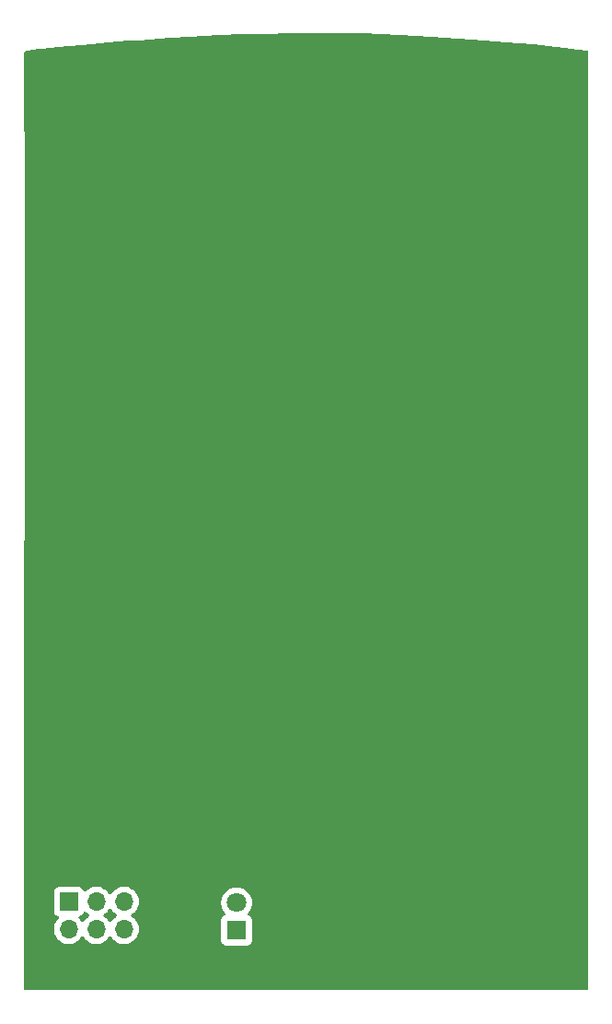
<source format=gbr>
G04 #@! TF.GenerationSoftware,KiCad,Pcbnew,(6.99.0-2452-gdb4f2d9dd8)*
G04 #@! TF.CreationDate,2022-08-02T16:49:25-05:00*
G04 #@! TF.ProjectId,CalPoly,43616c50-6f6c-4792-9e6b-696361645f70,rev?*
G04 #@! TF.SameCoordinates,Original*
G04 #@! TF.FileFunction,Copper,L1,Top*
G04 #@! TF.FilePolarity,Positive*
%FSLAX46Y46*%
G04 Gerber Fmt 4.6, Leading zero omitted, Abs format (unit mm)*
G04 Created by KiCad (PCBNEW (6.99.0-2452-gdb4f2d9dd8)) date 2022-08-02 16:49:25*
%MOMM*%
%LPD*%
G01*
G04 APERTURE LIST*
G04 #@! TA.AperFunction,ComponentPad*
%ADD10R,1.800000X1.800000*%
G04 #@! TD*
G04 #@! TA.AperFunction,ComponentPad*
%ADD11C,1.800000*%
G04 #@! TD*
G04 #@! TA.AperFunction,ComponentPad*
%ADD12R,1.700000X1.700000*%
G04 #@! TD*
G04 #@! TA.AperFunction,ComponentPad*
%ADD13O,1.700000X1.700000*%
G04 #@! TD*
G04 APERTURE END LIST*
D10*
X62499999Y-114469999D03*
D11*
X62500000Y-111930000D03*
D12*
X47059999Y-111829999D03*
D13*
X47059999Y-114369999D03*
X49599999Y-111829999D03*
X49599999Y-114369999D03*
X52139999Y-111829999D03*
X52139999Y-114369999D03*
G04 #@! TA.AperFunction,NonConductor*
G36*
X50953226Y-112505670D02*
G01*
X50975483Y-112531357D01*
X51064278Y-112667268D01*
X51067803Y-112671097D01*
X51067806Y-112671101D01*
X51132511Y-112741388D01*
X51216760Y-112832906D01*
X51394424Y-112971189D01*
X51399005Y-112973668D01*
X51427680Y-112989186D01*
X51478071Y-113039199D01*
X51493423Y-113108516D01*
X51468863Y-113175129D01*
X51427681Y-113210813D01*
X51394424Y-113228811D01*
X51390313Y-113232010D01*
X51390311Y-113232012D01*
X51281657Y-113316582D01*
X51216760Y-113367094D01*
X51213228Y-113370931D01*
X51067806Y-113528899D01*
X51067803Y-113528903D01*
X51064278Y-113532732D01*
X51061427Y-113537096D01*
X50975483Y-113668643D01*
X50921479Y-113714732D01*
X50851132Y-113724307D01*
X50786774Y-113694330D01*
X50764517Y-113668643D01*
X50678573Y-113537096D01*
X50675722Y-113532732D01*
X50672197Y-113528903D01*
X50672194Y-113528899D01*
X50526772Y-113370931D01*
X50523240Y-113367094D01*
X50458343Y-113316582D01*
X50349689Y-113232012D01*
X50349687Y-113232010D01*
X50345576Y-113228811D01*
X50312320Y-113210814D01*
X50261929Y-113160801D01*
X50246577Y-113091484D01*
X50271137Y-113024871D01*
X50312320Y-112989186D01*
X50340995Y-112973668D01*
X50345576Y-112971189D01*
X50523240Y-112832906D01*
X50607489Y-112741388D01*
X50672194Y-112671101D01*
X50672197Y-112671097D01*
X50675722Y-112667268D01*
X50764517Y-112531357D01*
X50818521Y-112485268D01*
X50888868Y-112475693D01*
X50953226Y-112505670D01*
G37*
G04 #@! TD.AperFunction*
G04 #@! TA.AperFunction,NonConductor*
G36*
X48583439Y-112741388D02*
G01*
X48615755Y-112766638D01*
X48636526Y-112789201D01*
X48676760Y-112832906D01*
X48854424Y-112971189D01*
X48859005Y-112973668D01*
X48887680Y-112989186D01*
X48938071Y-113039199D01*
X48953423Y-113108516D01*
X48928863Y-113175129D01*
X48887681Y-113210813D01*
X48854424Y-113228811D01*
X48850313Y-113232010D01*
X48850311Y-113232012D01*
X48741657Y-113316582D01*
X48676760Y-113367094D01*
X48673228Y-113370931D01*
X48527806Y-113528899D01*
X48527803Y-113528903D01*
X48524278Y-113532732D01*
X48521427Y-113537096D01*
X48435483Y-113668643D01*
X48381479Y-113714732D01*
X48311132Y-113724307D01*
X48246774Y-113694330D01*
X48224517Y-113668643D01*
X48138573Y-113537096D01*
X48135722Y-113532732D01*
X48132197Y-113528903D01*
X48132194Y-113528899D01*
X47992525Y-113377180D01*
X47961104Y-113313515D01*
X47969091Y-113242969D01*
X48013949Y-113187940D01*
X48041191Y-113173787D01*
X48156204Y-113130889D01*
X48168536Y-113121658D01*
X48248897Y-113061500D01*
X48273261Y-113043261D01*
X48360889Y-112926204D01*
X48404998Y-112807944D01*
X48447545Y-112751108D01*
X48514065Y-112726297D01*
X48583439Y-112741388D01*
G37*
G04 #@! TD.AperFunction*
G04 #@! TA.AperFunction,NonConductor*
G36*
X72229839Y-32002997D02*
G01*
X74218668Y-32027306D01*
X74220622Y-32027346D01*
X75820196Y-32073049D01*
X75823072Y-32073165D01*
X77444555Y-32157188D01*
X80461090Y-32313501D01*
X80463271Y-32313633D01*
X85261228Y-32645756D01*
X85263340Y-32645920D01*
X87323224Y-32823351D01*
X89858501Y-33041730D01*
X89861028Y-33041975D01*
X93276774Y-33407614D01*
X93891746Y-33473444D01*
X93892539Y-33473534D01*
X93892546Y-33473537D01*
X93892563Y-33473537D01*
X93893504Y-33473644D01*
X94026023Y-33489715D01*
X94760246Y-33578756D01*
X94825462Y-33606813D01*
X94865157Y-33665676D01*
X94871076Y-33703866D01*
X94869904Y-39161298D01*
X94869863Y-39161397D01*
X94869904Y-39161496D01*
X94869904Y-39183650D01*
X94871098Y-119871013D01*
X94851097Y-119939134D01*
X94797442Y-119985628D01*
X94745098Y-119997015D01*
X43055015Y-119997015D01*
X42986894Y-119977013D01*
X42940401Y-119923357D01*
X42929015Y-119870901D01*
X42932678Y-115820889D01*
X42933990Y-114370000D01*
X45696844Y-114370000D01*
X45715436Y-114594368D01*
X45770704Y-114812616D01*
X45861140Y-115018791D01*
X45863990Y-115023153D01*
X45863992Y-115023157D01*
X45878701Y-115045670D01*
X45984278Y-115207268D01*
X45987803Y-115211097D01*
X45987806Y-115211101D01*
X46089360Y-115321417D01*
X46136760Y-115372906D01*
X46314424Y-115511189D01*
X46319005Y-115513668D01*
X46492878Y-115607763D01*
X46512426Y-115618342D01*
X46725365Y-115691444D01*
X46730499Y-115692301D01*
X46730504Y-115692302D01*
X46942294Y-115727643D01*
X46942296Y-115727643D01*
X46947431Y-115728500D01*
X47172569Y-115728500D01*
X47177704Y-115727643D01*
X47177706Y-115727643D01*
X47389496Y-115692302D01*
X47389501Y-115692301D01*
X47394635Y-115691444D01*
X47607574Y-115618342D01*
X47627123Y-115607763D01*
X47800995Y-115513668D01*
X47805576Y-115511189D01*
X47983240Y-115372906D01*
X48030640Y-115321417D01*
X48132194Y-115211101D01*
X48132197Y-115211097D01*
X48135722Y-115207268D01*
X48224517Y-115071357D01*
X48278521Y-115025268D01*
X48348868Y-115015693D01*
X48413226Y-115045670D01*
X48435483Y-115071357D01*
X48524278Y-115207268D01*
X48527803Y-115211097D01*
X48527806Y-115211101D01*
X48629360Y-115321417D01*
X48676760Y-115372906D01*
X48854424Y-115511189D01*
X48859005Y-115513668D01*
X49032878Y-115607763D01*
X49052426Y-115618342D01*
X49265365Y-115691444D01*
X49270499Y-115692301D01*
X49270504Y-115692302D01*
X49482294Y-115727643D01*
X49482296Y-115727643D01*
X49487431Y-115728500D01*
X49712569Y-115728500D01*
X49717704Y-115727643D01*
X49717706Y-115727643D01*
X49929496Y-115692302D01*
X49929501Y-115692301D01*
X49934635Y-115691444D01*
X50147574Y-115618342D01*
X50167123Y-115607763D01*
X50340995Y-115513668D01*
X50345576Y-115511189D01*
X50523240Y-115372906D01*
X50570640Y-115321417D01*
X50672194Y-115211101D01*
X50672197Y-115211097D01*
X50675722Y-115207268D01*
X50764517Y-115071357D01*
X50818521Y-115025268D01*
X50888868Y-115015693D01*
X50953226Y-115045670D01*
X50975483Y-115071357D01*
X51064278Y-115207268D01*
X51067803Y-115211097D01*
X51067806Y-115211101D01*
X51169360Y-115321417D01*
X51216760Y-115372906D01*
X51394424Y-115511189D01*
X51399005Y-115513668D01*
X51572878Y-115607763D01*
X51592426Y-115618342D01*
X51805365Y-115691444D01*
X51810499Y-115692301D01*
X51810504Y-115692302D01*
X52022294Y-115727643D01*
X52022296Y-115727643D01*
X52027431Y-115728500D01*
X52252569Y-115728500D01*
X52257704Y-115727643D01*
X52257706Y-115727643D01*
X52469496Y-115692302D01*
X52469501Y-115692301D01*
X52474635Y-115691444D01*
X52687574Y-115618342D01*
X52707123Y-115607763D01*
X52880995Y-115513668D01*
X52885576Y-115511189D01*
X53063240Y-115372906D01*
X53110640Y-115321417D01*
X53212194Y-115211101D01*
X53212197Y-115211097D01*
X53215722Y-115207268D01*
X53321299Y-115045670D01*
X53336008Y-115023157D01*
X53336010Y-115023153D01*
X53338860Y-115018791D01*
X53429296Y-114812616D01*
X53484564Y-114594368D01*
X53503156Y-114370000D01*
X53484564Y-114145632D01*
X53429296Y-113927384D01*
X53338860Y-113721209D01*
X53334629Y-113714732D01*
X53218573Y-113537096D01*
X53215722Y-113532732D01*
X53212197Y-113528903D01*
X53212194Y-113528899D01*
X53066772Y-113370931D01*
X53063240Y-113367094D01*
X52998343Y-113316582D01*
X52889689Y-113232012D01*
X52889687Y-113232010D01*
X52885576Y-113228811D01*
X52852320Y-113210814D01*
X52801929Y-113160801D01*
X52786577Y-113091484D01*
X52811137Y-113024871D01*
X52852320Y-112989186D01*
X52880995Y-112973668D01*
X52885576Y-112971189D01*
X53063240Y-112832906D01*
X53147489Y-112741388D01*
X53212194Y-112671101D01*
X53212197Y-112671097D01*
X53215722Y-112667268D01*
X53321299Y-112505670D01*
X53336008Y-112483157D01*
X53336010Y-112483153D01*
X53338860Y-112478791D01*
X53378287Y-112388907D01*
X53427200Y-112277394D01*
X53429296Y-112272616D01*
X53484564Y-112054368D01*
X53494870Y-111930000D01*
X61086673Y-111930000D01*
X61087103Y-111935189D01*
X61097398Y-112059427D01*
X61105949Y-112162626D01*
X61163251Y-112388907D01*
X61165343Y-112393677D01*
X61165344Y-112393679D01*
X61254921Y-112597893D01*
X61257016Y-112602669D01*
X61259866Y-112607031D01*
X61259868Y-112607035D01*
X61337114Y-112725269D01*
X61384686Y-112798083D01*
X61388211Y-112801912D01*
X61388214Y-112801916D01*
X61413211Y-112829069D01*
X61469843Y-112890587D01*
X61501263Y-112954251D01*
X61493276Y-113024797D01*
X61448418Y-113079826D01*
X61421174Y-113093979D01*
X61362242Y-113115960D01*
X61362238Y-113115962D01*
X61353796Y-113119111D01*
X61236739Y-113206739D01*
X61231341Y-113213950D01*
X61179761Y-113282853D01*
X61149111Y-113323796D01*
X61098011Y-113460799D01*
X61091500Y-113521362D01*
X61091500Y-115418638D01*
X61098011Y-115479201D01*
X61149111Y-115616204D01*
X61236739Y-115733261D01*
X61353796Y-115820889D01*
X61490799Y-115871989D01*
X61527705Y-115875957D01*
X61548012Y-115878140D01*
X61548015Y-115878140D01*
X61551362Y-115878500D01*
X63448638Y-115878500D01*
X63451985Y-115878140D01*
X63451988Y-115878140D01*
X63472295Y-115875957D01*
X63509201Y-115871989D01*
X63646204Y-115820889D01*
X63763261Y-115733261D01*
X63850889Y-115616204D01*
X63901989Y-115479201D01*
X63908500Y-115418638D01*
X63908500Y-113521362D01*
X63901989Y-113460799D01*
X63850889Y-113323796D01*
X63820240Y-113282853D01*
X63768659Y-113213950D01*
X63763261Y-113206739D01*
X63646204Y-113119111D01*
X63637762Y-113115962D01*
X63637758Y-113115960D01*
X63578826Y-113093979D01*
X63521991Y-113051433D01*
X63497180Y-112984912D01*
X63512272Y-112915538D01*
X63530156Y-112890589D01*
X63586789Y-112829069D01*
X63611786Y-112801916D01*
X63611789Y-112801912D01*
X63615314Y-112798083D01*
X63662886Y-112725269D01*
X63740132Y-112607035D01*
X63740134Y-112607031D01*
X63742984Y-112602669D01*
X63745079Y-112597893D01*
X63834656Y-112393679D01*
X63834657Y-112393677D01*
X63836749Y-112388907D01*
X63894051Y-112162626D01*
X63902603Y-112059427D01*
X63912897Y-111935189D01*
X63913327Y-111930000D01*
X63894051Y-111697374D01*
X63836749Y-111471093D01*
X63780735Y-111343393D01*
X63745079Y-111262107D01*
X63742984Y-111257331D01*
X63696370Y-111185982D01*
X63618165Y-111066281D01*
X63615314Y-111061917D01*
X63611789Y-111058088D01*
X63611786Y-111058084D01*
X63460752Y-110894019D01*
X63457220Y-110890182D01*
X63453108Y-110886981D01*
X63453102Y-110886976D01*
X63277130Y-110750011D01*
X63277128Y-110750009D01*
X63273017Y-110746810D01*
X63067727Y-110635713D01*
X62846951Y-110559920D01*
X62841817Y-110559063D01*
X62841812Y-110559062D01*
X62621849Y-110522357D01*
X62621846Y-110522357D01*
X62616712Y-110521500D01*
X62383288Y-110521500D01*
X62378154Y-110522357D01*
X62378151Y-110522357D01*
X62158188Y-110559062D01*
X62158183Y-110559063D01*
X62153049Y-110559920D01*
X61932273Y-110635713D01*
X61726983Y-110746810D01*
X61722872Y-110750009D01*
X61722870Y-110750011D01*
X61546898Y-110886976D01*
X61546892Y-110886981D01*
X61542780Y-110890182D01*
X61539248Y-110894019D01*
X61388214Y-111058084D01*
X61388211Y-111058088D01*
X61384686Y-111061917D01*
X61381835Y-111066281D01*
X61303631Y-111185982D01*
X61257016Y-111257331D01*
X61254921Y-111262107D01*
X61219266Y-111343393D01*
X61163251Y-111471093D01*
X61105949Y-111697374D01*
X61086673Y-111930000D01*
X53494870Y-111930000D01*
X53503156Y-111830000D01*
X53484564Y-111605632D01*
X53429296Y-111387384D01*
X53338860Y-111181209D01*
X53334629Y-111174732D01*
X53218573Y-110997096D01*
X53215722Y-110992732D01*
X53212197Y-110988903D01*
X53212194Y-110988899D01*
X53066772Y-110830931D01*
X53063240Y-110827094D01*
X52964205Y-110750011D01*
X52889689Y-110692012D01*
X52889687Y-110692010D01*
X52885576Y-110688811D01*
X52687574Y-110581658D01*
X52474635Y-110508556D01*
X52469501Y-110507699D01*
X52469496Y-110507698D01*
X52257706Y-110472357D01*
X52257704Y-110472357D01*
X52252569Y-110471500D01*
X52027431Y-110471500D01*
X52022296Y-110472357D01*
X52022294Y-110472357D01*
X51810504Y-110507698D01*
X51810499Y-110507699D01*
X51805365Y-110508556D01*
X51592426Y-110581658D01*
X51394424Y-110688811D01*
X51390313Y-110692010D01*
X51390311Y-110692012D01*
X51315795Y-110750011D01*
X51216760Y-110827094D01*
X51213228Y-110830931D01*
X51067806Y-110988899D01*
X51067803Y-110988903D01*
X51064278Y-110992732D01*
X51019077Y-111061917D01*
X50975483Y-111128643D01*
X50921479Y-111174732D01*
X50851132Y-111184307D01*
X50786774Y-111154330D01*
X50764517Y-111128643D01*
X50720923Y-111061917D01*
X50675722Y-110992732D01*
X50672197Y-110988903D01*
X50672194Y-110988899D01*
X50526772Y-110830931D01*
X50523240Y-110827094D01*
X50424205Y-110750011D01*
X50349689Y-110692012D01*
X50349687Y-110692010D01*
X50345576Y-110688811D01*
X50147574Y-110581658D01*
X49934635Y-110508556D01*
X49929501Y-110507699D01*
X49929496Y-110507698D01*
X49717706Y-110472357D01*
X49717704Y-110472357D01*
X49712569Y-110471500D01*
X49487431Y-110471500D01*
X49482296Y-110472357D01*
X49482294Y-110472357D01*
X49270504Y-110507698D01*
X49270499Y-110507699D01*
X49265365Y-110508556D01*
X49052426Y-110581658D01*
X48854424Y-110688811D01*
X48850313Y-110692010D01*
X48850311Y-110692012D01*
X48775795Y-110750011D01*
X48676760Y-110827094D01*
X48673228Y-110830931D01*
X48615755Y-110893362D01*
X48554901Y-110929933D01*
X48483937Y-110927798D01*
X48425392Y-110887636D01*
X48404998Y-110852056D01*
X48364038Y-110742239D01*
X48364037Y-110742237D01*
X48360889Y-110733796D01*
X48273261Y-110616739D01*
X48224137Y-110579965D01*
X48163418Y-110534511D01*
X48163416Y-110534510D01*
X48156204Y-110529111D01*
X48019201Y-110478011D01*
X47982295Y-110474043D01*
X47961988Y-110471860D01*
X47961985Y-110471860D01*
X47958638Y-110471500D01*
X46161362Y-110471500D01*
X46158015Y-110471860D01*
X46158012Y-110471860D01*
X46137705Y-110474043D01*
X46100799Y-110478011D01*
X45963796Y-110529111D01*
X45956584Y-110534510D01*
X45956582Y-110534511D01*
X45895863Y-110579965D01*
X45846739Y-110616739D01*
X45759111Y-110733796D01*
X45708011Y-110870799D01*
X45701500Y-110931362D01*
X45701500Y-112728638D01*
X45708011Y-112789201D01*
X45759111Y-112926204D01*
X45846739Y-113043261D01*
X45871103Y-113061500D01*
X45951465Y-113121658D01*
X45963796Y-113130889D01*
X46078808Y-113173787D01*
X46135642Y-113216333D01*
X46160453Y-113282853D01*
X46145361Y-113352227D01*
X46127475Y-113377180D01*
X45987806Y-113528899D01*
X45987803Y-113528903D01*
X45984278Y-113532732D01*
X45981427Y-113537096D01*
X45865372Y-113714732D01*
X45861140Y-113721209D01*
X45770704Y-113927384D01*
X45715436Y-114145632D01*
X45696844Y-114370000D01*
X42933990Y-114370000D01*
X42998187Y-43380037D01*
X43000974Y-43380040D01*
X43000972Y-43380013D01*
X42998188Y-43380034D01*
X42998187Y-43379900D01*
X42998187Y-43379841D01*
X43000961Y-43379841D01*
X43000959Y-43379818D01*
X42998186Y-43379840D01*
X42960074Y-38550668D01*
X42960071Y-38550176D01*
X42946783Y-35217899D01*
X42946783Y-35216849D01*
X42951585Y-34111924D01*
X42951672Y-34107757D01*
X42964671Y-33760613D01*
X42987208Y-33693289D01*
X43047834Y-33646801D01*
X43093469Y-33630342D01*
X43112620Y-33625098D01*
X43208526Y-33606813D01*
X43410505Y-33568305D01*
X43417545Y-33567168D01*
X43421582Y-33566633D01*
X43521105Y-33553442D01*
X44513313Y-33421929D01*
X44516630Y-33421534D01*
X46171369Y-33246704D01*
X46173005Y-33246542D01*
X46971419Y-33172702D01*
X48286988Y-33051033D01*
X48287901Y-33050953D01*
X50762079Y-32843493D01*
X50762714Y-32843442D01*
X52529618Y-32707330D01*
X53498722Y-32632676D01*
X53499495Y-32632619D01*
X56398943Y-32427188D01*
X56399727Y-32427135D01*
X58255918Y-32307254D01*
X59363566Y-32235718D01*
X59365586Y-32235604D01*
X60970361Y-32158235D01*
X60972328Y-32158157D01*
X62964618Y-32094522D01*
X62966402Y-32094477D01*
X64986028Y-32059184D01*
X67597652Y-32013546D01*
X67599567Y-32013527D01*
X70582183Y-32006736D01*
X72228038Y-32002988D01*
X72229839Y-32002997D01*
G37*
G04 #@! TD.AperFunction*
M02*

</source>
